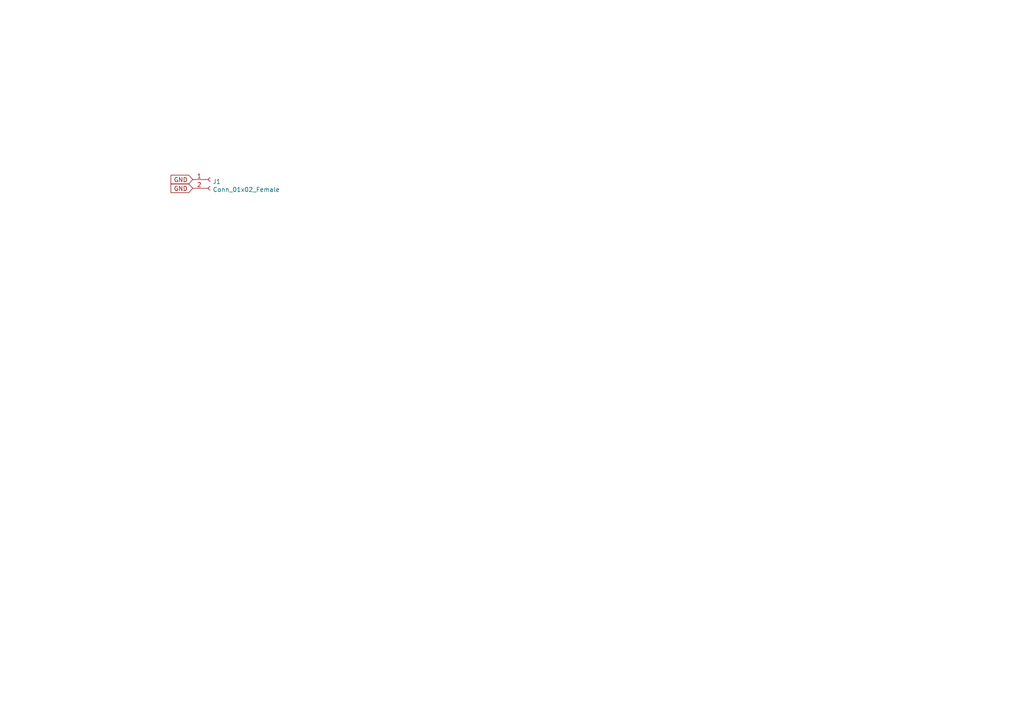
<source format=kicad_sch>
(kicad_sch (version 20230121) (generator eeschema)
  (paper "A4")
  (lib_symbols
    (symbol "plate-rescue:Conn_01x02_Female-Connector" (pin_names (offset 1.016) hide)
      (property "Reference" "J" (at 0 2.54 0))
      (property "Value" "Connector_Conn_01x02_Female" (at 0 -5.08 0))
      (symbol "Conn_01x02_Female-Connector_1_1"
        (arc (start 0 -2.032) (mid -0.5058 -2.54) (end 0 -3.048) (stroke (width 0.1524)))
        (polyline (pts (xy -1.27 -2.54) (xy -0.508 -2.54)) (stroke (width 0.1524)))
        (polyline (pts (xy -1.27 0) (xy -0.508 0)) (stroke (width 0.1524)))
        (arc (start 0 0.508) (mid -0.5058 0) (end 0 -0.508) (stroke (width 0.1524)))
        (pin passive line (at -5.08 0 0) (length 3.81) (name "Pin_1") (number "1"))
        (pin passive line (at -5.08 -2.54 0) (length 3.81) (name "Pin_2") (number "2"))
      )
    )
  )
  (global_label "GND" (shape input) (at 55.88 54.61 180) (property "Intersheetrefs" "${INTERSHEET_REFS}" (effects hide)))
  (global_label "GND" (shape input) (at 55.88 52.07 180) (property "Intersheetrefs" "${INTERSHEET_REFS}" (effects hide)))
  (symbol (lib_id "plate-rescue:Conn_01x02_Female-Connector") (at 60.96 52.07 0) (unit 1)
    (property "Reference" "J1" (at 61.6712 52.6796 0) (effects (justify left)))
    (property "Value" "Conn_01x02_Female" (at 61.6712 54.991 0) (effects (justify left)))
    (property "Footprint" "Connector_PinHeader_1.00mm:PinHeader_1x02_P1.00mm_Horizontal" (effects hide))
  )
)
</source>
